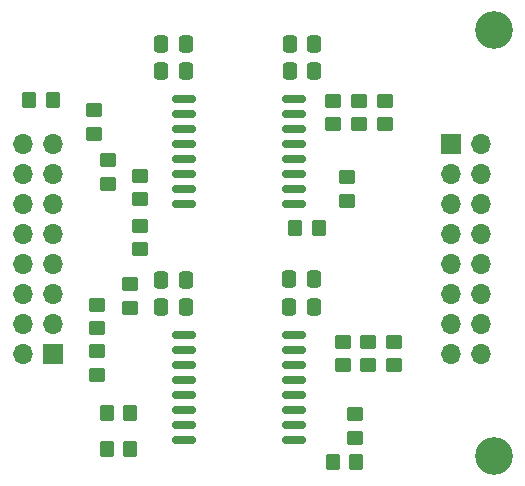
<source format=gts>
G04 #@! TF.GenerationSoftware,KiCad,Pcbnew,(6.0.6)*
G04 #@! TF.CreationDate,2024-05-02T18:03:26+02:00*
G04 #@! TF.ProjectId,digital-isolator-2t6r,64696769-7461-46c2-9d69-736f6c61746f,rev?*
G04 #@! TF.SameCoordinates,Original*
G04 #@! TF.FileFunction,Soldermask,Top*
G04 #@! TF.FilePolarity,Negative*
%FSLAX46Y46*%
G04 Gerber Fmt 4.6, Leading zero omitted, Abs format (unit mm)*
G04 Created by KiCad (PCBNEW (6.0.6)) date 2024-05-02 18:03:26*
%MOMM*%
%LPD*%
G01*
G04 APERTURE LIST*
G04 Aperture macros list*
%AMRoundRect*
0 Rectangle with rounded corners*
0 $1 Rounding radius*
0 $2 $3 $4 $5 $6 $7 $8 $9 X,Y pos of 4 corners*
0 Add a 4 corners polygon primitive as box body*
4,1,4,$2,$3,$4,$5,$6,$7,$8,$9,$2,$3,0*
0 Add four circle primitives for the rounded corners*
1,1,$1+$1,$2,$3*
1,1,$1+$1,$4,$5*
1,1,$1+$1,$6,$7*
1,1,$1+$1,$8,$9*
0 Add four rect primitives between the rounded corners*
20,1,$1+$1,$2,$3,$4,$5,0*
20,1,$1+$1,$4,$5,$6,$7,0*
20,1,$1+$1,$6,$7,$8,$9,0*
20,1,$1+$1,$8,$9,$2,$3,0*%
G04 Aperture macros list end*
%ADD10RoundRect,0.250000X0.450000X-0.350000X0.450000X0.350000X-0.450000X0.350000X-0.450000X-0.350000X0*%
%ADD11RoundRect,0.250000X-0.450000X0.350000X-0.450000X-0.350000X0.450000X-0.350000X0.450000X0.350000X0*%
%ADD12C,3.200000*%
%ADD13RoundRect,0.250000X-0.337500X-0.475000X0.337500X-0.475000X0.337500X0.475000X-0.337500X0.475000X0*%
%ADD14R,1.700000X1.700000*%
%ADD15O,1.700000X1.700000*%
%ADD16RoundRect,0.150000X-0.875000X-0.150000X0.875000X-0.150000X0.875000X0.150000X-0.875000X0.150000X0*%
%ADD17RoundRect,0.250000X0.337500X0.475000X-0.337500X0.475000X-0.337500X-0.475000X0.337500X-0.475000X0*%
%ADD18RoundRect,0.250000X0.350000X0.450000X-0.350000X0.450000X-0.350000X-0.450000X0.350000X-0.450000X0*%
%ADD19RoundRect,0.250000X-0.350000X-0.450000X0.350000X-0.450000X0.350000X0.450000X-0.350000X0.450000X0*%
G04 APERTURE END LIST*
D10*
X125800000Y-54200000D03*
X125800000Y-52200000D03*
D11*
X124020000Y-38260000D03*
X124020000Y-40260000D03*
D12*
X136420000Y-25850000D03*
D11*
X106476800Y-40150800D03*
X106476800Y-38150800D03*
X103759000Y-36846000D03*
X103759000Y-38846000D03*
D10*
X122800000Y-33800000D03*
X122800000Y-31800000D03*
D13*
X119135000Y-27020000D03*
X121210000Y-27020000D03*
D14*
X99050000Y-53275000D03*
D15*
X96510000Y-53275000D03*
X99050000Y-50735000D03*
X96510000Y-50735000D03*
X99050000Y-48195000D03*
X96510000Y-48195000D03*
X99050000Y-45655000D03*
X96510000Y-45655000D03*
X99050000Y-43115000D03*
X96510000Y-43115000D03*
X99050000Y-40575000D03*
X96510000Y-40575000D03*
X99050000Y-38035000D03*
X96510000Y-38035000D03*
X99050000Y-35495000D03*
X96510000Y-35495000D03*
D16*
X110210000Y-51645000D03*
X110210000Y-52915000D03*
X110210000Y-54185000D03*
X110210000Y-55455000D03*
X110210000Y-56725000D03*
X110210000Y-57995000D03*
X110210000Y-59265000D03*
X110210000Y-60535000D03*
X119510000Y-60535000D03*
X119510000Y-59265000D03*
X119510000Y-57995000D03*
X119510000Y-56725000D03*
X119510000Y-55455000D03*
X119510000Y-54185000D03*
X119510000Y-52915000D03*
X119510000Y-51645000D03*
D17*
X110325000Y-46950000D03*
X108250000Y-46950000D03*
X110347500Y-27020000D03*
X108272500Y-27020000D03*
D11*
X124660000Y-58330000D03*
X124660000Y-60330000D03*
D10*
X102819200Y-51088800D03*
X102819200Y-49088800D03*
X125000000Y-33800000D03*
X125000000Y-31800000D03*
D12*
X136420000Y-61850000D03*
D16*
X110210000Y-31645000D03*
X110210000Y-32915000D03*
X110210000Y-34185000D03*
X110210000Y-35455000D03*
X110210000Y-36725000D03*
X110210000Y-37995000D03*
X110210000Y-39265000D03*
X110210000Y-40535000D03*
X119510000Y-40535000D03*
X119510000Y-39265000D03*
X119510000Y-37995000D03*
X119510000Y-36725000D03*
X119510000Y-35455000D03*
X119510000Y-34185000D03*
X119510000Y-32915000D03*
X119510000Y-31645000D03*
D10*
X127200000Y-33800000D03*
X127200000Y-31800000D03*
X105638600Y-49326800D03*
X105638600Y-47326800D03*
D17*
X110347500Y-29320000D03*
X108272500Y-29320000D03*
D14*
X132800000Y-35475000D03*
D15*
X135340000Y-35475000D03*
X132800000Y-38015000D03*
X135340000Y-38015000D03*
X132800000Y-40555000D03*
X135340000Y-40555000D03*
X132800000Y-43095000D03*
X135340000Y-43095000D03*
X132800000Y-45635000D03*
X135340000Y-45635000D03*
X132800000Y-48175000D03*
X135340000Y-48175000D03*
X132800000Y-50715000D03*
X135340000Y-50715000D03*
X132800000Y-53255000D03*
X135340000Y-53255000D03*
D10*
X123600000Y-54200000D03*
X123600000Y-52200000D03*
D13*
X119122500Y-29320000D03*
X121197500Y-29320000D03*
X119087500Y-46900000D03*
X121162500Y-46900000D03*
D18*
X99053400Y-31750000D03*
X97053400Y-31750000D03*
D10*
X128000000Y-54200000D03*
X128000000Y-52200000D03*
D17*
X110337500Y-49250000D03*
X108262500Y-49250000D03*
D18*
X105622600Y-58267600D03*
X103622600Y-58267600D03*
D13*
X119100000Y-49250000D03*
X121175000Y-49250000D03*
D19*
X121573800Y-42621200D03*
X119573800Y-42621200D03*
D10*
X102844600Y-53041800D03*
X102844600Y-55041800D03*
D11*
X106451400Y-44383200D03*
X106451400Y-42383200D03*
D18*
X105638600Y-61315600D03*
X103638600Y-61315600D03*
X124774200Y-62433200D03*
X122774200Y-62433200D03*
D10*
X102590600Y-32629600D03*
X102590600Y-34629600D03*
M02*

</source>
